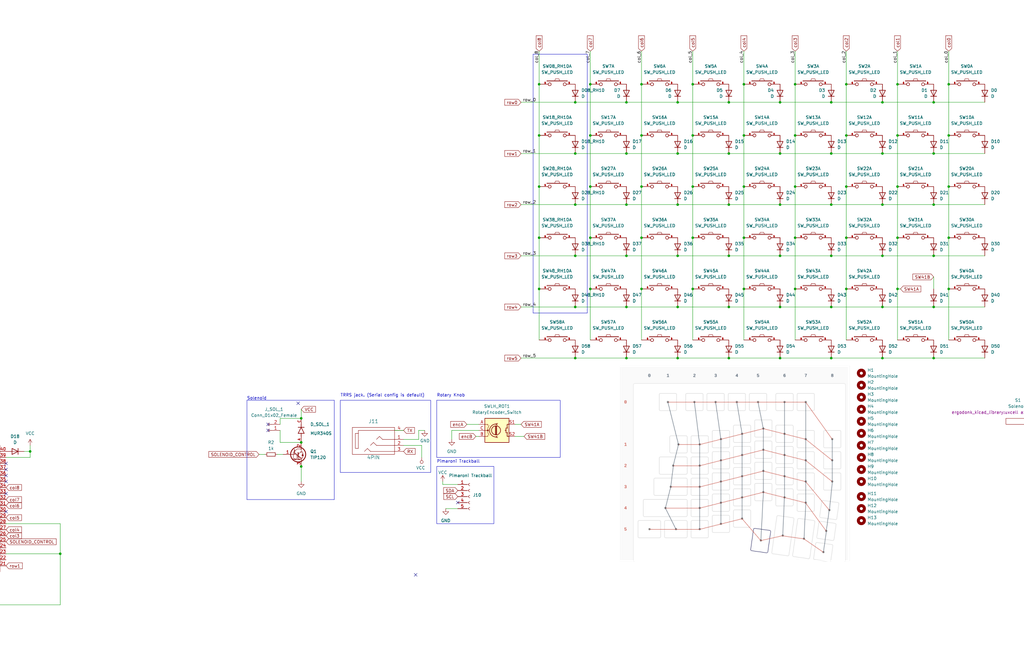
<source format=kicad_sch>
(kicad_sch (version 20230121) (generator eeschema)
  (paper "B")
  (title_block (title "Ergodonk") (date "2023-01-12") (rev "0.1") (company "github.com/JellyTitan") (comment 1 "Ryan Neff") (comment 2 "5V Zone was intentionally omitted because of the solenoid, dedicated 5V pins were used."))
  (junction (at 285.75 107.95))
  (junction (at 378.46 121.92))
  (junction (at 393.7 151.13))
  (junction (at 127 186.69))
  (junction (at -43.18 220.98))
  (junction (at 292.1 78.74))
  (junction (at 270.51 78.74))
  (junction (at 307.34 107.95))
  (junction (at 307.34 151.13))
  (junction (at -43.18 233.68))
  (junction (at 292.1 57.15))
  (junction (at 328.93 86.36))
  (junction (at 356.87 78.74))
  (junction (at 248.92 35.56))
  (junction (at 350.52 43.18))
  (junction (at 393.7 86.36))
  (junction (at 12.7 190.5))
  (junction (at 313.69 121.92))
  (junction (at -43.18 208.28))
  (junction (at 264.16 151.13))
  (junction (at 328.93 129.54))
  (junction (at 227.33 35.56))
  (junction (at 400.05 57.15))
  (junction (at 292.1 35.56))
  (junction (at 400.05 100.33))
  (junction (at 242.57 43.18))
  (junction (at 378.46 35.56))
  (junction (at 350.52 64.77))
  (junction (at 378.46 78.74))
  (junction (at 242.57 64.77))
  (junction (at 227.33 121.92))
  (junction (at 127 196.85))
  (junction (at 400.05 121.92))
  (junction (at 372.11 151.13))
  (junction (at 313.69 100.33))
  (junction (at 393.7 43.18))
  (junction (at 313.69 78.74))
  (junction (at 264.16 107.95))
  (junction (at 328.93 107.95))
  (junction (at 372.11 43.18))
  (junction (at 248.92 100.33))
  (junction (at 372.11 129.54))
  (junction (at 356.87 100.33))
  (junction (at 285.75 43.18))
  (junction (at 393.7 129.54))
  (junction (at 270.51 35.56))
  (junction (at 372.11 107.95))
  (junction (at 270.51 121.92))
  (junction (at 350.52 107.95))
  (junction (at 242.57 86.36))
  (junction (at 313.69 35.56))
  (junction (at 335.28 35.56))
  (junction (at 270.51 57.15))
  (junction (at 378.46 57.15))
  (junction (at 127 176.53))
  (junction (at 242.57 107.95))
  (junction (at 372.11 86.36))
  (junction (at 378.46 100.33))
  (junction (at 328.93 64.77))
  (junction (at 227.33 100.33))
  (junction (at 400.05 78.74))
  (junction (at 242.57 129.54))
  (junction (at 335.28 78.74))
  (junction (at 292.1 121.92))
  (junction (at -6.35 255.27))
  (junction (at 350.52 129.54))
  (junction (at 307.34 43.18))
  (junction (at 350.52 86.36))
  (junction (at 350.52 151.13))
  (junction (at 285.75 151.13))
  (junction (at 335.28 100.33))
  (junction (at 242.57 151.13))
  (junction (at 264.16 64.77))
  (junction (at 248.92 78.74))
  (junction (at 328.93 151.13))
  (junction (at 356.87 35.56))
  (junction (at 393.7 64.77))
  (junction (at 285.75 129.54))
  (junction (at 25.4 233.68))
  (junction (at 356.87 121.92))
  (junction (at 307.34 129.54))
  (junction (at 248.92 57.15))
  (junction (at 285.75 86.36))
  (junction (at -15.24 255.27))
  (junction (at 307.34 86.36))
  (junction (at 400.05 35.56))
  (junction (at 264.16 86.36))
  (junction (at 227.33 57.15))
  (junction (at 393.7 107.95))
  (junction (at 264.16 43.18))
  (junction (at 307.34 64.77))
  (junction (at 335.28 121.92))
  (junction (at 264.16 129.54))
  (junction (at 356.87 57.15))
  (junction (at 285.75 64.77))
  (junction (at 372.11 64.77))
  (junction (at 292.1 100.33))
  (junction (at 248.92 121.92))
  (junction (at 227.33 78.74))
  (junction (at 335.28 57.15))
  (junction (at 270.51 100.33))
  (junction (at 328.93 43.18))
  (junction (at 313.69 57.15))
  (no_connect (at 125.73 170.18))
  (no_connect (at 2.54 215.9))
  (no_connect (at 2.54 198.12))
  (no_connect (at 113.03 181.61))
  (no_connect (at 2.54 208.28))
  (no_connect (at 2.54 195.58))
  (no_connect (at 2.54 200.66))
  (no_connect (at 2.54 203.2))
  (no_connect (at 175.26 242.57))
  (no_connect (at 113.03 179.07))
  (no_connect (at 193.04 212.09))
  (wire (pts (xy 372.11 64.77) (xy 393.7 64.77)))
  (wire (pts (xy 372.11 43.18) (xy 393.7 43.18)))
  (wire (pts (xy 313.69 35.56) (xy 313.69 21.59)))
  (wire (pts (xy 270.51 35.56) (xy 270.51 21.59)))
  (wire (pts (xy 248.92 21.59) (xy 248.92 35.56)))
  (wire (pts (xy 335.28 35.56) (xy 335.28 57.15)))
  (wire (pts (xy 292.1 100.33) (xy 292.1 121.92)))
  (wire (pts (xy 186.69 203.2) (xy 186.69 204.47)))
  (wire (pts (xy 378.46 35.56) (xy 378.46 21.59)))
  (wire (pts (xy 201.93 181.61) (xy 190.5 181.61)))
  (wire (pts (xy 264.16 43.18) (xy 285.75 43.18)))
  (wire (pts (xy 372.11 128.27) (xy 372.11 129.54)))
  (polyline (pts (xy 247.65 132.08) (xy 247.65 25.4)))
  (wire (pts (xy 328.93 107.95) (xy 350.52 107.95)))
  (wire (pts (xy 248.92 100.33) (xy 248.92 121.92)))
  (wire (pts (xy -43.18 195.58) (xy -43.18 208.28)))
  (wire (pts (xy 400.05 21.59) (xy 400.05 35.56)))
  (wire (pts (xy 307.34 151.13) (xy 328.93 151.13)))
  (wire (pts (xy -33.02 220.98) (xy -43.18 220.98)))
  (wire (pts (xy 190.5 181.61) (xy 190.5 185.42)))
  (wire (pts (xy 378.46 57.15) (xy 378.46 78.74)))
  (polyline (pts (xy 224.79 22.86) (xy 224.79 132.08)))
  (wire (pts (xy 292.1 121.92) (xy 292.1 143.51)))
  (wire (pts (xy 219.71 151.13) (xy 242.57 151.13)))
  (wire (pts (xy -33.02 233.68) (xy -43.18 233.68)))
  (wire (pts (xy 219.71 129.54) (xy 242.57 129.54)))
  (wire (pts (xy 2.54 233.68) (xy 25.4 233.68)))
  (wire (pts (xy 242.57 151.13) (xy 264.16 151.13)))
  (wire (pts (xy 227.33 35.56) (xy 227.33 21.59)))
  (polyline (pts (xy 246.38 22.86) (xy 224.79 22.86)))
  (wire (pts (xy 335.28 35.56) (xy 335.28 21.59)))
  (wire (pts (xy 393.7 64.77) (xy 415.29 64.77)))
  (wire (pts (xy 356.87 78.74) (xy 356.87 100.33)))
  (wire (pts (xy 227.33 143.51) (xy 227.33 121.92)))
  (wire (pts (xy -6.35 255.27) (xy -6.35 254)))
  (wire (pts (xy 10.16 190.5) (xy 12.7 190.5)))
  (wire (pts (xy 170.18 181.61) (xy 166.37 181.61)))
  (wire (pts (xy -43.18 220.98) (xy -43.18 233.68)))
  (wire (pts (xy 307.34 107.95) (xy 328.93 107.95)))
  (polyline (pts (xy 247.65 25.4) (xy 247.65 22.86)))
  (wire (pts (xy 270.51 78.74) (xy 270.51 100.33)))
  (wire (pts (xy 328.93 43.18) (xy 350.52 43.18)))
  (wire (pts (xy -43.18 208.28) (xy -43.18 220.98)))
  (wire (pts (xy 227.33 100.33) (xy 227.33 78.74)))
  (wire (pts (xy 248.92 57.15) (xy 248.92 78.74)))
  (wire (pts (xy 328.93 128.27) (xy 328.93 129.54)))
  (wire (pts (xy 270.51 57.15) (xy 270.51 78.74)))
  (wire (pts (xy 248.92 121.92) (xy 248.92 143.51)))
  (wire (pts (xy 264.16 86.36) (xy 285.75 86.36)))
  (wire (pts (xy 328.93 129.54) (xy 350.52 129.54)))
  (wire (pts (xy 242.57 43.18) (xy 264.16 43.18)))
  (wire (pts (xy 176.53 181.61) (xy 179.07 181.61)))
  (wire (pts (xy 372.11 107.95) (xy 393.7 107.95)))
  (wire (pts (xy 393.7 86.36) (xy 415.29 86.36)))
  (wire (pts (xy 313.69 121.92) (xy 313.69 143.51)))
  (wire (pts (xy 242.57 129.54) (xy 264.16 129.54)))
  (wire (pts (xy 170.18 185.42) (xy 176.53 185.42)))
  (wire (pts (xy 285.75 151.13) (xy 307.34 151.13)))
  (wire (pts (xy 186.69 204.47) (xy 193.04 204.47)))
  (wire (pts (xy 356.87 35.56) (xy 356.87 21.59)))
  (polyline (pts (xy 104.14 168.91) (xy 140.97 168.91)))
  (wire (pts (xy 378.46 100.33) (xy 378.46 121.92)))
  (wire (pts (xy 12.7 187.96) (xy 12.7 190.5)))
  (wire (pts (xy 350.52 107.95) (xy 372.11 107.95)))
  (wire (pts (xy 12.7 193.04) (xy 12.7 190.5)))
  (wire (pts (xy 393.7 107.95) (xy 415.29 107.95)))
  (polyline (pts (xy 224.79 132.08) (xy 247.65 132.08)))
  (wire (pts (xy 109.22 191.77) (xy 111.76 191.77)))
  (wire (pts (xy 356.87 57.15) (xy 356.87 78.74)))
  (wire (pts (xy 242.57 86.36) (xy 264.16 86.36)))
  (wire (pts (xy 400.05 57.15) (xy 400.05 78.74)))
  (wire (pts (xy 227.33 78.74) (xy 227.33 57.15)))
  (wire (pts (xy 400.05 35.56) (xy 400.05 57.15)))
  (wire (pts (xy 264.16 64.77) (xy 285.75 64.77)))
  (wire (pts (xy 292.1 35.56) (xy 292.1 21.59)))
  (wire (pts (xy 313.69 78.74) (xy 313.69 100.33)))
  (wire (pts (xy 356.87 100.33) (xy 356.87 121.92)))
  (wire (pts (xy 372.11 129.54) (xy 393.7 129.54)))
  (wire (pts (xy 219.71 179.07) (xy 217.17 179.07)))
  (wire (pts (xy 264.16 107.95) (xy 285.75 107.95)))
  (polyline (pts (xy 140.97 210.82) (xy 140.97 168.91)))
  (wire (pts (xy 350.52 86.36) (xy 372.11 86.36)))
  (wire (pts (xy 187.96 214.63) (xy 193.04 214.63)))
  (wire (pts (xy 248.92 35.56) (xy 248.92 57.15)))
  (wire (pts (xy 292.1 57.15) (xy 292.1 78.74)))
  (wire (pts (xy 285.75 43.18) (xy 307.34 43.18)))
  (wire (pts (xy 248.92 78.74) (xy 248.92 100.33)))
  (wire (pts (xy 25.4 233.68) (xy 25.4 220.98)))
  (wire (pts (xy 219.71 43.18) (xy 242.57 43.18)))
  (wire (pts (xy 270.51 121.92) (xy 270.51 143.51)))
  (polyline (pts (xy 104.14 210.82) (xy 140.97 210.82)))
  (wire (pts (xy -43.18 255.27) (xy -15.24 255.27)))
  (wire (pts (xy 372.11 151.13) (xy 393.7 151.13)))
  (wire (pts (xy 285.75 107.95) (xy 307.34 107.95)))
  (wire (pts (xy 127 195.58) (xy 127 196.85)))
  (wire (pts (xy 400.05 121.92) (xy 400.05 143.51)))
  (wire (pts (xy 2.54 193.04) (xy 12.7 193.04)))
  (wire (pts (xy 118.11 186.69) (xy 118.11 181.61)))
  (wire (pts (xy 242.57 64.77) (xy 264.16 64.77)))
  (wire (pts (xy 118.11 186.69) (xy 127 186.69)))
  (wire (pts (xy 393.7 116.84) (xy 393.7 121.92)))
  (wire (pts (xy 2.54 220.98) (xy 25.4 220.98)))
  (wire (pts (xy 328.93 64.77) (xy 350.52 64.77)))
  (wire (pts (xy 227.33 121.92) (xy 227.33 100.33)))
  (wire (pts (xy -6.35 260.35) (xy -6.35 255.27)))
  (wire (pts (xy 285.75 64.77) (xy 307.34 64.77)))
  (wire (pts (xy 116.84 191.77) (xy 119.38 191.77)))
  (wire (pts (xy 328.93 151.13) (xy 350.52 151.13)))
  (wire (pts (xy 372.11 86.36) (xy 393.7 86.36)))
  (wire (pts (xy -6.35 255.27) (xy 25.4 255.27)))
  (wire (pts (xy -33.02 195.58) (xy -43.18 195.58)))
  (wire (pts (xy 118.11 176.53) (xy 127 176.53)))
  (wire (pts (xy 350.52 43.18) (xy 372.11 43.18)))
  (wire (pts (xy 393.7 43.18) (xy 415.29 43.18)))
  (wire (pts (xy 170.18 187.96) (xy 177.8 187.96)))
  (wire (pts (xy 393.7 151.13) (xy 415.29 151.13)))
  (wire (pts (xy 307.34 64.77) (xy 328.93 64.77)))
  (wire (pts (xy 200.66 184.15) (xy 201.93 184.15)))
  (wire (pts (xy 350.52 64.77) (xy 372.11 64.77)))
  (wire (pts (xy 219.71 107.95) (xy 242.57 107.95)))
  (wire (pts (xy 242.57 107.95) (xy 264.16 107.95)))
  (polyline (pts (xy 104.14 168.91) (xy 104.14 210.82)))
  (wire (pts (xy 118.11 176.53) (xy 118.11 179.07)))
  (wire (pts (xy -15.24 243.84) (xy -15.24 255.27)))
  (wire (pts (xy 270.51 100.33) (xy 270.51 121.92)))
  (wire (pts (xy 292.1 35.56) (xy 292.1 57.15)))
  (wire (pts (xy 220.98 184.15) (xy 217.17 184.15)))
  (wire (pts (xy 219.71 86.36) (xy 242.57 86.36)))
  (wire (pts (xy 335.28 100.33) (xy 335.28 121.92)))
  (wire (pts (xy 177.8 187.96) (xy 177.8 193.04)))
  (wire (pts (xy 307.34 43.18) (xy 328.93 43.18)))
  (wire (pts (xy 335.28 78.74) (xy 335.28 100.33)))
  (wire (pts (xy 285.75 129.54) (xy 307.34 129.54)))
  (wire (pts (xy 285.75 86.36) (xy 307.34 86.36)))
  (wire (pts (xy 307.34 129.54) (xy 328.93 129.54)))
  (wire (pts (xy 176.53 181.61) (xy 176.53 185.42)))
  (wire (pts (xy 270.51 35.56) (xy 270.51 57.15)))
  (wire (pts (xy 378.46 121.92) (xy 379.73 121.92)))
  (wire (pts (xy 25.4 255.27) (xy 25.4 233.68)))
  (wire (pts (xy 313.69 100.33) (xy 313.69 121.92)))
  (wire (pts (xy 350.52 129.54) (xy 372.11 129.54)))
  (polyline (pts (xy 247.65 22.86) (xy 246.38 22.86)))
  (wire (pts (xy 196.85 179.07) (xy 201.93 179.07)))
  (wire (pts (xy 328.93 86.36) (xy 350.52 86.36)))
  (wire (pts (xy 313.69 35.56) (xy 313.69 57.15)))
  (wire (pts (xy 292.1 78.74) (xy 292.1 100.33)))
  (wire (pts (xy 127 172.72) (xy 127 176.53)))
  (wire (pts (xy -15.24 255.27) (xy -6.35 255.27)))
  (wire (pts (xy 264.16 129.54) (xy 285.75 129.54)))
  (wire (pts (xy 350.52 151.13) (xy 372.11 151.13)))
  (wire (pts (xy 335.28 57.15) (xy 335.28 78.74)))
  (wire (pts (xy -43.18 233.68) (xy -43.18 255.27)))
  (wire (pts (xy 378.46 35.56) (xy 378.46 57.15)))
  (wire (pts (xy 219.71 64.77) (xy 242.57 64.77)))
  (wire (pts (xy 378.46 78.74) (xy 378.46 100.33)))
  (wire (pts (xy 393.7 129.54) (xy 415.29 129.54)))
  (wire (pts (xy -33.02 208.28) (xy -43.18 208.28)))
  (wire (pts (xy 307.34 86.36) (xy 328.93 86.36)))
  (wire (pts (xy 378.46 121.92) (xy 378.46 143.51)))
  (wire (pts (xy 127 196.85) (xy 127 203.2)))
  (wire (pts (xy 400.05 100.33) (xy 400.05 121.92)))
  (wire (pts (xy 335.28 121.92) (xy 335.28 143.51)))
  (wire (pts (xy 400.05 78.74) (xy 400.05 100.33)))
  (wire (pts (xy 313.69 57.15) (xy 313.69 78.74)))
  (wire (pts (xy 356.87 35.56) (xy 356.87 57.15)))
  (wire (pts (xy 227.33 57.15) (xy 227.33 35.56)))
  (wire (pts (xy 356.87 121.92) (xy 356.87 143.51)))
  (wire (pts (xy 264.16 151.13) (xy 285.75 151.13)))
  (rectangle (start 184.15 196.85) (end 208.28 220.98))
  (rectangle (start 184.15 168.91) (end 236.22 193.04))
  (rectangle (start 143.51 168.91) (end 181.61 199.39))
  (image (at 309.88 195.58) (scale 1.76046))
  (text "Todo:\nThumb cluster detach?\nIs there a good smd option for the Solenoid resistor?\nIs there a female smd socket for the solenoid connection?\nCheck Pimaroni resistor calculation and footprint size\nCHeck net trace sizes. (.5 for 3.3v?)\nIncree trcck size on vcc and GND nets\nFigure out VCC on Pico\nFigure out vbus_sense\nCutouts for picon on PCB\nRH trackball\nGraphics\nMouse bites\nStabalizer holes\nImprove solenoid graphics\nRefactor key row/columns to put 00 in upper right for easier double sided\nMake Diode holes bigger\nAdd breakaway diode bender jig, like on Corne_light v1\nAdd teardrops before production\nAdd maxbrightness to firmware like Keebio sync rev3 (you've got a ton of lights)\nCan the LH Led jumper become a single Jumper for LH/RH differentiation?" (at 455.93 59.69 0) (effects (font (size 1.27 1.27)) (justify left bottom)))
  (text "Pimaroni Trackball\n" (at 184.15 195.58 0) (effects (font (size 1.27 1.27)) (justify left bottom)))
  (text "Solenoid" (at 104.14 168.91 0) (effects (font (size 1.27 1.27)) (justify left bottom)))
  (text "V2 Features:\nRH Trackball and rotary encoder instead of Pimaroni\nMove arrow keys into \"+\" centered around \".\" on left hand" (at 455.93 72.39 0) (effects (font (size 1.27 1.27)) (justify left bottom)))
  (text "TRRS jack. (Serial config is default)" (at 143.51 167.64 0) (effects (font (size 1.27 1.27)) (justify left bottom)))
  (text "Rotary Knob" (at 184.15 167.64 0) (effects (font (size 1.27 1.27)) (justify left bottom)))
  (label "col_5" (at 292.1 26.67 90))
  (label "row_1" (at 226.06 64.77 180))
  (label "col_1" (at 378.46 26.67 90))
  (label "row_2" (at 226.06 86.36 180))
  (label "col_3" (at 335.28 26.67 90))
  (label "col_4" (at 313.69 26.67 90))
  (label "col_7" (at 248.92 26.67 90))
  (label "col_2" (at 356.87 26.67 90))
  (label "row_3" (at 226.06 107.95 180))
  (label "col_6" (at 270.51 26.67 90))
  (label "col_0" (at 400.05 26.67 90))
  (label "row_4" (at 226.06 129.54 180))
  (label "row_5" (at 226.06 151.13 180))
  (label "col_8" (at 227.33 26.67 90))
  (label "row_0" (at 226.06 43.18 180))
  (global_label "SCL" (shape input) (at -33.02 213.36 180) (property "Intersheetrefs" "${INTERSHEET_REFS}" (effects hide)))
  (global_label "SOLENOID_CONTROL" (shape input) (at 109.22 191.77 180) (property "Intersheetrefs" "${INTERSHEET_REFS}" (effects hide)))
  (global_label "encA" (shape input) (at 196.85 179.07 180) (property "Intersheetrefs" "${INTERSHEET_REFS}" (effects hide)))
  (global_label "SCL" (shape input) (at 193.04 209.55 180) (property "Intersheetrefs" "${INTERSHEET_REFS}" (effects hide)))
  (global_label "col8" (shape input) (at 2.54 205.74 0) (property "Intersheetrefs" "${INTERSHEET_REFS}" (effects hide)))
  (global_label "SW41A" (shape input) (at 379.73 121.92 0) (property "Intersheetrefs" "${INTERSHEET_REFS}" (effects hide)))
  (global_label "col3" (shape input) (at 2.54 226.06 0) (property "Intersheetrefs" "${INTERSHEET_REFS}" (effects hide)))
  (global_label "col5" (shape input) (at 292.1 21.59 90) (property "Intersheetrefs" "${INTERSHEET_REFS}" (effects hide)))
  (global_label "col3" (shape input) (at 335.28 21.59 90) (property "Intersheetrefs" "${INTERSHEET_REFS}" (effects hide)))
  (global_label "encB" (shape input) (at -33.02 223.52 180) (property "Intersheetrefs" "${INTERSHEET_REFS}" (effects hide)))
  (global_label "row0" (shape input) (at 219.71 43.18 180) (property "Intersheetrefs" "${INTERSHEET_REFS}" (effects hide)))
  (global_label "row3" (shape input) (at 219.71 107.95 180) (property "Intersheetrefs" "${INTERSHEET_REFS}" (effects hide)))
  (global_label "encB" (shape input) (at 200.66 184.15 180) (property "Intersheetrefs" "${INTERSHEET_REFS}" (effects hide)))
  (global_label "col2" (shape input) (at 356.87 21.59 90) (property "Intersheetrefs" "${INTERSHEET_REFS}" (effects hide)))
  (global_label "SOLENOID_CONTROL" (shape input) (at 2.54 228.6 0) (property "Intersheetrefs" "${INTERSHEET_REFS}" (effects hide)))
  (global_label "row0" (shape input) (at -33.02 205.74 180) (property "Intersheetrefs" "${INTERSHEET_REFS}" (effects hide)))
  (global_label "col7" (shape input) (at 248.92 21.59 90) (property "Intersheetrefs" "${INTERSHEET_REFS}" (effects hide)))
  (global_label "col5" (shape input) (at 2.54 218.44 0) (property "Intersheetrefs" "${INTERSHEET_REFS}" (effects hide)))
  (global_label "RX" (shape input) (at 170.18 190.5 0) (property "Intersheetrefs" "${INTERSHEET_REFS}" (effects hide)))
  (global_label "col4" (shape input) (at 2.54 223.52 0) (property "Intersheetrefs" "${INTERSHEET_REFS}" (effects hide)))
  (global_label "SDA" (shape input) (at -33.02 210.82 180) (property "Intersheetrefs" "${INTERSHEET_REFS}" (effects hide)))
  (global_label "SW41B" (shape input) (at 220.98 184.15 0) (property "Intersheetrefs" "${INTERSHEET_REFS}" (effects hide)))
  (global_label "col0" (shape input) (at -33.02 226.06 180) (property "Intersheetrefs" "${INTERSHEET_REFS}" (effects hide)))
  (global_label "col8" (shape input) (at 227.33 21.59 90) (property "Intersheetrefs" "${INTERSHEET_REFS}" (effects hide)))
  (global_label "col4" (shape input) (at 313.69 21.59 90) (property "Intersheetrefs" "${INTERSHEET_REFS}" (effects hide)))
  (global_label "row4" (shape input) (at -33.02 236.22 180) (property "Intersheetrefs" "${INTERSHEET_REFS}" (effects hide)))
  (global_label "col0" (shape input) (at 400.05 21.59 90) (property "Intersheetrefs" "${INTERSHEET_REFS}" (effects hide)))
  (global_label "col6" (shape input) (at 2.54 213.36 0) (property "Intersheetrefs" "${INTERSHEET_REFS}" (effects hide)))
  (global_label "col6" (shape input) (at 270.51 21.59 90) (property "Intersheetrefs" "${INTERSHEET_REFS}" (effects hide)))
  (global_label "TX" (shape input) (at 170.18 181.61 0) (property "Intersheetrefs" "${INTERSHEET_REFS}" (effects hide)))
  (global_label "row3" (shape input) (at -33.02 231.14 180) (property "Intersheetrefs" "${INTERSHEET_REFS}" (effects hide)))
  (global_label "encA" (shape input) (at -33.02 218.44 180) (property "Intersheetrefs" "${INTERSHEET_REFS}" (effects hide)))
  (global_label "SW41B" (shape input) (at 393.7 116.84 180) (property "Intersheetrefs" "${INTERSHEET_REFS}" (effects hide)))
  (global_label "row1" (shape input) (at 219.71 64.77 180) (property "Intersheetrefs" "${INTERSHEET_REFS}" (effects hide)))
  (global_label "TX" (shape input) (at -33.02 190.5 180) (property "Intersheetrefs" "${INTERSHEET_REFS}" (effects hide)))
  (global_label "col1" (shape input) (at -33.02 228.6 180) (property "Intersheetrefs" "${INTERSHEET_REFS}" (effects hide)))
  (global_label "RX" (shape input) (at -33.02 193.04 180) (property "Intersheetrefs" "${INTERSHEET_REFS}" (effects hide)))
  (global_label "row5" (shape input) (at 219.71 151.13 180) (property "Intersheetrefs" "${INTERSHEET_REFS}" (effects hide)))
  (global_label "col1" (shape input) (at 378.46 21.59 90) (property "Intersheetrefs" "${INTERSHEET_REFS}" (effects hide)))
  (global_label "row5" (shape input) (at -33.02 238.76 180) (property "Intersheetrefs" "${INTERSHEET_REFS}" (effects hide)))
  (global_label "row4" (shape input) (at 219.71 129.54 180) (property "Intersheetrefs" "${INTERSHEET_REFS}" (effects hide)))
  (global_label "row2" (shape input) (at 219.71 86.36 180) (property "Intersheetrefs" "${INTERSHEET_REFS}" (effects hide)))
  (global_label "SW41A" (shape input) (at 219.71 179.07 0) (property "Intersheetrefs" "${INTERSHEET_REFS}" (effects hide)))
  (global_label "SDA" (shape input) (at 193.04 207.01 180) (property "Intersheetrefs" "${INTERSHEET_REFS}" (effects hide)))
  (global_label "col7" (shape input) (at 2.54 210.82 0) (property "Intersheetrefs" "${INTERSHEET_REFS}" (effects hide)))
  (global_label "col2" (shape input) (at -33.02 198.12 180) (property "Intersheetrefs" "${INTERSHEET_REFS}" (effects hide)))
  (global_label "row1" (shape input) (at 2.54 238.76 0) (property "Intersheetrefs" "${INTERSHEET_REFS}" (effects hide)))
  (global_label "VCC" (shape input) (at 127 172.72 0) (property "Intersheetrefs" "${INTERSHEET_REFS}" (effects hide)))
  (global_label "row2" (shape input) (at -33.02 215.9 180) (property "Intersheetrefs" "${INTERSHEET_REFS}" (effects hide)))
  (symbol (lib_id "Device:R_Small") (at 114.3 191.77 270) (unit 1)
    (property "Reference" "R2" (at 114.3 186.69 90))
    (property "Value" "1k" (at 114.3 189.23 90))
    (property "Footprint" "Resistor_THT:R_Axial_DIN0309_L9.0mm_D3.2mm_P12.70mm_Horizontal" (effects hide))
  )
  (symbol (lib_id "Device:D") (at 285.75 39.37 90) (unit 1)
    (property "Reference" "D6" (at 283.21 38.0999 90) (effects (justify left)))
    (property "Value" "D" (at 283.21 40.6399 90) (effects (justify left)))
    (property "Footprint" "ergodonk_kicad_library:D_SOD-123_DO-35_Hybrid_DoubleSided" (effects hide))
    (property "Sim.Device" "D" (effects hide))
    (property "Sim.Pins" "1=K 2=A" (effects hide))
  )
  (symbol (lib_id "Ergodonk_symbols:SW_PUSH_LED") (at 299.72 57.15 0) (unit 1)
    (property "Reference" "SW15" (at 299.72 49.53 0))
    (property "Value" "SW_PUSH_LED" (at 299.72 52.07 0))
    (property "Footprint" "ergodonk_pico:Cherry_MX_DS_Hotswap_1U_sofle3b v2" (effects hide))
  )
  (symbol (lib_id "Ergodonk_symbols:SW_PUSH_LED") (at 256.54 143.51 0) (unit 1)
    (property "Reference" "SW57" (at 256.54 135.89 0))
    (property "Value" "SW_PUSH_LED" (at 256.54 138.43 0))
    (property "Footprint" "ergodonk_pico:Cherry_MX_DS_Hotswap_1U_sofle3b v2" (effects hide))
  )
  (symbol (lib_id "Ergodonk_symbols:SW_PUSH_LED") (at 299.72 121.92 0) (unit 1)
    (property "Reference" "SW45" (at 299.72 114.3 0))
    (property "Value" "SW_PUSH_LED" (at 299.72 116.84 0))
    (property "Footprint" "ergodonk_pico:Cherry_MX_DS_Hotswap_1U_sofle3b v2" (effects hide))
  )
  (symbol (lib_id "Mechanical:MountingHole") (at 363.22 177.8 0) (unit 1)
    (property "Reference" "H5" (at 365.76 176.5299 0) (effects (justify left)))
    (property "Value" "MountingHole" (at 365.76 179.0699 0) (effects (justify left)))
    (property "Footprint" "ergodonk_simple:Hole from sofle for M2 posts gold rimmer" (effects hide))
  )
  (symbol (lib_id "Device:RotaryEncoder_Switch") (at 209.55 181.61 0) (unit 1)
    (property "Reference" "SWLH_ROT1" (at 209.55 171.45 0))
    (property "Value" "RotaryEncoder_Switch" (at 209.55 173.99 0))
    (property "Footprint" "ergodonk_kicad_library:RotaryEncoder_EC11_ergodonk_variant" (effects hide))
  )
  (symbol (lib_id "Ergodonk_symbols:SW_PUSH_LED") (at 364.49 57.15 0) (unit 1)
    (property "Reference" "SW12" (at 364.49 49.53 0))
    (property "Value" "SW_PUSH_LED" (at 364.49 52.07 0))
    (property "Footprint" "ergodonk_pico:Cherry_MX_DS_Hotswap_1U_sofle3b v2" (effects hide))
  )
  (symbol (lib_id "power:GND") (at 127 203.2 0) (unit 1)
    (property "Reference" "#PWR0106" (effects hide))
    (property "Value" "GND" (at 127 208.28 0))
  )
  (symbol (lib_id "Device:D") (at 307.34 104.14 90) (unit 1)
    (property "Reference" "D35" (at 309.88 102.8699 90) (effects (justify right)))
    (property "Value" "D" (at 309.88 105.4099 90) (effects (justify right)))
    (property "Footprint" "ergodonk_kicad_library:D_SOD-123_DO-35_Hybrid_DoubleSided" (effects hide))
    (property "Sim.Device" "D" (effects hide))
    (property "Sim.Pins" "1=K 2=A" (effects hide))
  )
  (symbol (lib_id "Device:D") (at 242.57 147.32 90) (unit 1)
    (property "Reference" "D58" (at 245.11 146.0499 90) (effects (justify right)))
    (property "Value" "D" (at 245.11 148.5899 90) (effects (justify right)))
    (property "Footprint" "ergodonk_kicad_library:D_SOD-123_DO-35_Hybrid_DoubleSided" (effects hide))
    (property "Sim.Device" "D" (effects hide))
    (property "Sim.Pins" "1=K 2=A" (effects hide))
  )
  (symbol (lib_id "Ergodonk_symbols:SW_PUSH_LED") (at 364.49 35.56 0) (unit 1)
    (property "Reference" "SW2" (at 364.49 27.94 0))
    (property "Value" "SW_PUSH_LED" (at 364.49 30.48 0))
    (property "Footprint" "ergodonk_pico:Cherry_MX_DS_Hotswap_1U_sofle3b v2" (effects hide))
  )
  (symbol (lib_id "Ergodonk_symbols:SW_PUSH_LED") (at 407.67 35.56 0) (unit 1)
    (property "Reference" "SW0" (at 407.67 27.94 0))
    (property "Value" "SW_PUSH_LED" (at 407.67 30.48 0))
    (property "Footprint" "ergodonk_pico:Cherry_MX_DS_Hotswap_1U_sofle3b v2" (effects hide))
  )
  (symbol (lib_id "Device:D") (at 328.93 104.14 90) (unit 1)
    (property "Reference" "D34" (at 331.47 102.8699 90) (effects (justify right)))
    (property "Value" "D" (at 331.47 105.4099 90) (effects (justify right)))
    (property "Footprint" "ergodonk_kicad_library:D_SOD-123_DO-35_Hybrid_DoubleSided" (effects hide))
    (property "Sim.Device" "D" (effects hide))
    (property "Sim.Pins" "1=K 2=A" (effects hide))
  )
  (symbol (lib_id "Mechanical:MountingHole") (at 363.22 157.48 0) (unit 1)
    (property "Reference" "H1" (at 365.76 156.2099 0) (effects (justify left)))
    (property "Value" "MountingHole" (at 365.76 158.7499 0) (effects (justify left)))
    (property "Footprint" "ergodonk_simple:Hole from sofle for M2 posts gold rimmer" (effects hide))
  )
  (symbol (lib_id "Transistor_BJT:TIP120") (at 124.46 191.77 0) (unit 1)
    (property "Reference" "Q1" (at 130.81 190.4999 0) (effects (justify left)))
    (property "Value" "TIP120" (at 130.81 193.0399 0) (effects (justify left)))
    (property "Footprint" "ergodonk_simple:TO-220-3_Horizontal_TabDown" (effects hide))
    (property "Datasheet" "https://www.onsemi.com/pub/Collateral/TIP120-D.PDF" (effects hide))
  )
  (symbol (lib_id "Mechanical:MountingHole") (at 363.22 209.55 0) (unit 1)
    (property "Reference" "H11" (at 365.76 208.2799 0) (effects (justify left)))
    (property "Value" "MountingHole" (at 365.76 210.8199 0) (effects (justify left)))
    (property "Footprint" "ergodonk_simple:Hole from sofle for M2 posts gold rimmer" (effects hide))
  )
  (symbol (lib_id "Ergodonk_symbols:SW_PUSH_LED") (at 407.67 121.92 0) (unit 1)
    (property "Reference" "SW40" (at 407.67 114.3 0))
    (property "Value" "SW_PUSH_LED" (at 407.67 116.84 0))
    (property "Footprint" "ergodonk_pico:Cherry_MX_DS_Hotswap_1U_sofle3b v2" (effects hide))
  )
  (symbol (lib_id "power:GND") (at 187.96 214.63 0) (unit 1)
    (property "Reference" "#PWR015" (effects hide))
    (property "Value" "GND" (at 187.96 219.71 0))
  )
  (symbol (lib_id "Ergodonk_symbols:SW_PUSH_LED") (at 342.9 57.15 0) (unit 1)
    (property "Reference" "SW13" (at 342.9 49.53 0))
    (property "Value" "SW_PUSH_LED" (at 342.9 52.07 0))
    (property "Footprint" "ergodonk_pico:Cherry_MX_DS_Hotswap_1U_sofle3b v2" (effects hide))
  )
  (symbol (lib_id "Ergodonk_symbols:SW_PUSH_LED") (at 364.49 143.51 0) (unit 1)
    (property "Reference" "SW52" (at 364.49 135.89 0))
    (property "Value" "SW_PUSH_LED" (at 364.49 138.43 0))
    (property "Footprint" "ergodonk_pico:Cherry_MX_DS_Hotswap_1U_sofle3b v2" (effects hide))
  )
  (symbol (lib_id "Ergodonk_symbols:SW_PUSH_LED") (at 278.13 78.74 0) (unit 1)
    (property "Reference" "SW26" (at 278.13 71.12 0))
    (property "Value" "SW_PUSH_LED" (at 278.13 73.66 0))
    (property "Footprint" "ergodonk_pico:Cherry_MX_DS_Hotswap_1U_sofle3b v2" (effects hide))
  )
  (symbol (lib_id "Device:D") (at 415.29 39.37 90) (unit 1)
    (property "Reference" "D0" (at 417.83 38.1 90) (effects (justify right)))
    (property "Value" "D" (at 417.83 40.64 90) (effects (justify right)))
    (property "Footprint" "ergodonk_kicad_library:D_SOD-123_DO-35_Hybrid_DoubleSided" (effects hide))
    (property "Sim.Device" "D" (effects hide))
    (property "Sim.Pins" "1=K 2=A" (effects hide))
  )
  (symbol (lib_id "Device:D") (at 350.52 60.96 90) (unit 1)
    (property "Reference" "D13" (at 353.06 59.6899 90) (effects (justify right)))
    (property "Value" "D" (at 353.06 62.2299 90) (effects (justify right)))
    (property "Footprint" "ergodonk_kicad_library:D_SOD-123_DO-35_Hybrid_DoubleSided" (effects hide))
    (property "Sim.Device" "D" (effects hide))
    (property "Sim.Pins" "1=K 2=A" (effects hide))
  )
  (symbol (lib_id "Mechanical:MountingHole") (at 363.22 187.96 0) (unit 1)
    (property "Reference" "H7" (at 365.76 186.6899 0) (effects (justify left)))
    (property "Value" "MountingHole" (at 365.76 189.2299 0) (effects (justify left)))
    (property "Footprint" "ergodonk_simple:Hole from sofle for M2 posts gold rimmer" (effects hide))
  )
  (symbol (lib_id "Device:D") (at 350.52 82.55 90) (unit 1)
    (property "Reference" "D23" (at 353.06 81.2799 90) (effects (justify right)))
    (property "Value" "D" (at 353.06 83.8199 90) (effects (justify right)))
    (property "Footprint" "ergodonk_kicad_library:D_SOD-123_DO-35_Hybrid_DoubleSided" (effects hide))
    (property "Sim.Device" "D" (effects hide))
    (property "Sim.Pins" "1=K 2=A" (effects hide))
  )
  (symbol (lib_id "Ergodonk_symbols:SW_PUSH_LED") (at 321.31 121.92 0) (unit 1)
    (property "Reference" "SW44" (at 321.31 114.3 0))
    (property "Value" "SW_PUSH_LED" (at 321.31 116.84 0))
    (property "Footprint" "ergodonk_pico:Cherry_MX_DS_Hotswap_1U_sofle3b v2" (effects hide))
  )
  (symbol (lib_id "Device:D") (at 328.93 125.73 90) (unit 1)
    (property "Reference" "D44" (at 331.47 124.4599 90) (effects (justify right)))
    (property "Value" "D" (at 331.47 126.9999 90) (effects (justify right)))
    (property "Footprint" "ergodonk_kicad_library:D_SOD-123_DO-35_Hybrid_DoubleSided" (effects hide))
    (property "Sim.Device" "D" (effects hide))
    (property "Sim.Pins" "1=K 2=A" (effects hide))
  )
  (symbol (lib_id "Device:D") (at 242.57 104.14 90) (unit 1)
    (property "Reference" "D38_RH10" (at 245.11 102.8699 90) (effects (justify right)))
    (property "Value" "D" (at 245.11 105.4099 90) (effects (justify right)))
    (property "Footprint" "ergodonk_kicad_library:D_SOD-123_DO-35_Hybrid_DoubleSided" (effects hide))
    (property "Sim.Device" "D" (effects hide))
    (property "Sim.Pins" "1=K 2=A" (effects hide))
  )
  (symbol (lib_id "Ergodonk_symbols:SW_PUSH_LED") (at 407.67 100.33 0) (unit 1)
    (property "Reference" "SW30" (at 407.67 92.71 0))
    (property "Value" "SW_PUSH_LED" (at 407.67 95.25 0))
    (property "Footprint" "ergodonk_pico:Cherry_MX_DS_Hotswap_1U_sofle3b v2" (effects hide))
  )
  (symbol (lib_id "Mechanical:MountingHole") (at 363.22 167.64 0) (unit 1)
    (property "Reference" "H3" (at 365.76 166.3699 0) (effects (justify left)))
    (property "Value" "MountingHole" (at 365.76 168.9099 0) (effects (justify left)))
    (property "Footprint" "ergodonk_simple:Hole from sofle for M2 posts gold rimmer" (effects hide))
  )
  (symbol (lib_id "Device:D") (at 307.34 125.73 90) (unit 1)
    (property "Reference" "D45" (at 309.88 124.4599 90) (effects (justify right)))
    (property "Value" "D" (at 309.88 126.9999 90) (effects (justify right)))
    (property "Footprint" "ergodonk_kicad_library:D_SOD-123_DO-35_Hybrid_DoubleSided" (effects hide))
    (property "Sim.Device" "D" (effects hide))
    (property "Sim.Pins" "1=K 2=A" (effects hide))
  )
  (symbol (lib_id "Mechanical:MountingHole") (at 363.22 198.12 0) (unit 1)
    (property "Reference" "H9" (at 365.76 196.8499 0) (effects (justify left)))
    (property "Value" "MountingHole" (at 365.76 199.3899 0) (effects (justify left)))
    (property "Footprint" "ergodonk_simple:Hole from sofle for M2 posts gold rimmer" (effects hide))
  )
  (symbol (lib_id "Ergodonk_symbols:SW_PUSH_LED") (at 321.31 57.15 0) (unit 1)
    (property "Reference" "SW14" (at 321.31 49.53 0))
    (property "Value" "SW_PUSH_LED" (at 321.31 52.07 0))
    (property "Footprint" "ergodonk_pico:Cherry_MX_DS_Hotswap_1U_sofle3b v2" (effects hide))
  )
  (symbol (lib_id "MUR340S:MUR340S") (at 127 181.61 90) (unit 1)
    (property "Reference" "D_SOL_1" (at 130.81 179.07 90) (effects (justify right)))
    (property "Value" "MUR340S" (at 130.81 182.88 90) (effects (justify right)))
    (property "Footprint" "ergodonk_kicad_library:MUR340S_IN4001_TH_HYBRID" (effects hide))
    (property "PARTREV" "L2102" (effects hide))
    (property "MANUFACTURER" "Taiwan Semiconductor" (effects hide))
    (property "MAXIMUM_PACKAGE_HEIGHT" "2.62 mm" (effects hide))
    (property "STANDARD" "IPC-7351B" (effects hide))
  )
  (symbol (lib_id "Mechanical:MountingHole") (at 363.22 162.56 0) (unit 1)
    (property "Reference" "H2" (at 365.76 161.2899 0) (effects (justify left)))
    (property "Value" "MountingHole" (at 365.76 163.8299 0) (effects (justify left)))
    (property "Footprint" "ergodonk_simple:Hole from sofle for M2 posts gold rimmer" (effects hide))
  )
  (symbol (lib_id "Device:D") (at 372.11 60.96 90) (unit 1)
    (property "Reference" "D12" (at 374.65 59.6899 90) (effects (justify right)))
    (property "Value" "D" (at 374.65 62.2299 90) (effects (justify right)))
    (property "Footprint" "ergodonk_kicad_library:D_SOD-123_DO-35_Hybrid_DoubleSided" (effects hide))
    (property "Sim.Device" "D" (effects hide))
    (property "Sim.Pins" "1=K 2=A" (effects hide))
  )
  (symbol (lib_id "Device:D") (at 328.93 60.96 90) (unit 1)
    (property "Reference" "D14" (at 331.47 59.6899 90) (effects (justify right)))
    (property "Value" "D" (at 331.47 62.2299 90) (effects (justify right)))
    (property "Footprint" "ergodonk_kicad_library:D_SOD-123_DO-35_Hybrid_DoubleSided" (effects hide))
    (property "Sim.Device" "D" (effects hide))
    (property "Sim.Pins" "1=K 2=A" (effects hide))
  )
  (symbol (lib_id "Ergodonk_symbols:SW_PUSH_LED") (at 407.67 57.15 0) (unit 1)
    (property "Reference" "SW10" (at 407.67 49.53 0))
    (property "Value" "SW_PUSH_LED" (at 407.67 52.07 0))
    (property "Footprint" "ergodonk_pico:Cherry_MX_DS_Hotswap_1U_sofle3b v2" (effects hide))
  )
  (symbol (lib_id "Ergodonk_symbols:SW_PUSH_LED") (at 342.9 100.33 0) (unit 1)
    (property "Reference" "SW33" (at 342.9 92.71 0))
    (property "Value" "SW_PUSH_LED" (at 342.9 95.25 0))
    (property "Footprint" "ergodonk_pico:Cherry_MX_DS_Hotswap_1U_sofle3b v2" (effects hide))
  )
  (symbol (lib_id "Device:D") (at 242.57 125.73 90) (unit 1)
    (property "Reference" "D48_RH10" (at 245.11 124.4599 90) (effects (justify right)))
    (property "Value" "D" (at 245.11 126.9999 90) (effects (justify right)))
    (property "Footprint" "ergodonk_kicad_library:D_SOD-123_DO-35_Hybrid_DoubleSided" (effects hide))
    (property "Sim.Device" "D" (effects hide))
    (property "Sim.Pins" "1=K 2=A" (effects hide))
  )
  (symbol (lib_id "Connector:Conn_01x02_Female") (at 113.03 181.61 180) (unit 1)
    (property "Reference" "J_SOL_1" (at 115.57 172.72 0))
    (property "Value" "Conn_01x02_Female" (at 115.57 175.26 0))
    (property "Footprint" "Connector_PinHeader_2.54mm:PinHeader_1x02_P2.54mm_Vertical" (effects hide))
  )
  (symbol (lib_id "Ergodonk_symbols:SW_PUSH_LED") (at 299.72 100.33 0) (unit 1)
    (property "Reference" "SW35" (at 299.72 92.71 0))
    (property "Value" "SW_PUSH_LED" (at 299.72 95.25 0))
    (property "Footprint" "ergodonk_pico:Cherry_MX_DS_Hotswap_1U_sofle3b v2" (effects hide))
  )
  (symbol (lib_id "Ergodonk_symbols:SW_PUSH_LED") (at 234.95 100.33 0) (unit 1)
    (property "Reference" "SW38_RH10" (at 234.95 92.71 0))
    (property "Value" "SW_PUSH_LED" (at 234.95 95.25 0))
    (property "Footprint" "ergodonk_simple:Cherry_MX_DS_Hotswap_1U_oneside" (effects hide))
  )
  (symbol (lib_id "MCU_RaspberryPi_and_Boards:Pico") (at -15.24 214.63 0) (unit 1)
    (property "Reference" "U11" (at -15.24 184.15 0))
    (property "Value" "Pico" (at -15.24 186.69 0))
    (property "Footprint" "ergodonk_simple:RPi_Pico_SMD_TH_DS_Simple_v1" (effects hide))
  )
  (symbol (lib_id "Ergodonk_symbols:SW_PUSH_LED") (at 256.54 100.33 0) (unit 1)
    (property "Reference" "SW37" (at 256.54 92.71 0))
    (property "Value" "SW_PUSH_LED" (at 256.54 95.25 0))
    (property "Footprint" "ergodonk_simple:V2_CherryMX_DoubleSided_Hotswap_miniE_1.75u_LH_1u_RH" (effects hide))
  )
  (symbol (lib_id "Ergodonk_symbols:SW_PUSH_LED") (at 364.49 78.74 0) (unit 1)
    (property "Reference" "SW22" (at 364.49 71.12 0))
    (property "Value" "SW_PUSH_LED" (at 364.49 73.66 0))
    (property "Footprint" "ergodonk_pico:Cherry_MX_DS_Hotswap_1U_sofle3b v2" (effects hide))
  )
  (symbol (lib_id "Device:D") (at 307.34 147.32 90) (unit 1)
    (property "Reference" "D55" (at 309.88 146.0499 90) (effects (justify right)))
    (property "Value" "D" (at 309.88 148.5899 90) (effects (justify right)))
    (property "Footprint" "ergodonk_kicad_library:D_SOD-123_DO-35_Hybrid_DoubleSided" (effects hide))
    (property "Sim.Device" "D" (effects hide))
    (property "Sim.Pins" "1=K 2=A" (effects hide))
  )
  (symbol (lib_id "Mechanical:MountingHole") (at 363.22 172.72 0) (unit 1)
    (property "Reference" "H4" (at 365.76 171.4499 0) (effects (justify left)))
    (property "Value" "MountingHole" (at 365.76 173.9899 0) (effects (justify left)))
    (property "Footprint" "ergodonk_simple:Hole from sofle for M2 posts gold rimmer" (effects hide))
  )
  (symbol (lib_id "Device:D") (at 264.16 104.14 90) (unit 1)
    (property "Reference" "D37" (at 266.7 102.8699 90) (effects (justify right)))
    (property "Value" "D" (at 266.7 105.4099 90) (effects (justify right)))
    (property "Footprint" "ergodonk_kicad_library:D_SOD-123_DO-35_Hybrid_DoubleSided" (effects hide))
    (property "Sim.Device" "D" (effects hide))
    (property "Sim.Pins" "1=K 2=A" (effects hide))
  )
  (symbol (lib_id "Ergodonk_symbols:SW_PUSH_LED") (at 342.9 143.51 0) (unit 1)
    (property "Reference" "SW53" (at 342.9 135.89 0))
    (property "Value" "SW_PUSH_LED" (at 342.9 138.43 0))
    (property "Footprint" "ergodonk_pico:Cherry_MX_DS_Hotswap_1U_sofle3b v2" (effects hide))
  )
  (symbol (lib_id "Ergodonk_symbols:SW_PUSH_LED") (at 256.54 57.15 0) (unit 1)
    (property "Reference" "SW17" (at 256.54 49.53 0))
    (property "Value" "SW_PUSH_LED" (at 256.54 52.07 0))
    (property "Footprint" "ergodonk_pico:Cherry_MX_DS_Hotswap_1U_sofle3b v2" (effects hide))
  )
  (symbol (lib_id "Mechanical:MountingHole") (at 363.22 214.63 0) (unit 1)
    (property "Reference" "H12" (at 365.76 213.3599 0) (effects (justify left)))
    (property "Value" "MountingHole" (at 365.76 215.8999 0) (effects (justify left)))
    (property "Footprint" "ergodonk_simple:Hole from sofle for M2 posts gold rimmer" (effects hide))
  )
  (symbol (lib_id "Ergodonk_symbols:SW_PUSH_LED") (at 386.08 143.51 0) (unit 1)
    (property "Reference" "SW51" (at 386.08 135.89 0))
    (property "Value" "SW_PUSH_LED" (at 386.08 138.43 0))
    (property "Footprint" "ergodonk_pico:Cherry_MX_DS_Hotswap_1U_sofle3b v2" (effects hide))
  )
  (symbol (lib_id "Connector:Conn_01x05_Socket") (at 198.12 209.55 0) (unit 1)
    (property "Reference" "J10" (at 199.39 208.915 0) (effects (justify left)))
    (property "Value" "Pimaroni Trackball" (at 189.23 200.66 0) (effects (justify left)))
    (property "Footprint" "ergodonk_simple:pimoroni_trackball_no_cutout" (effects hide))
  )
  (symbol (lib_id "Device:D") (at 393.7 82.55 90) (unit 1)
    (property "Reference" "D21" (at 396.24 81.2799 90) (effects (justify right)))
    (property "Value" "D" (at 396.24 83.8199 90) (effects (justify right)))
    (property "Footprint" "ergodonk_kicad_library:D_SOD-123_DO-35_Hybrid_DoubleSided" (effects hide))
    (property "Sim.Device" "D" (effects hide))
    (property "Sim.Pins" "1=K 2=A" (effects hide))
  )
  (symbol (lib_id "Device:D") (at 393.7 39.37 90) (unit 1)
    (property "Reference" "D1" (at 391.16 38.0999 90) (effects (justify left)))
    (property "Value" "D" (at 391.16 40.6399 90) (effects (justify left)))
    (property "Footprint" "ergodonk_kicad_library:D_SOD-123_DO-35_Hybrid_DoubleSided" (effects hide))
    (property "Sim.Device" "D" (effects hide))
    (property "Sim.Pins" "1=K 2=A" (effects hide))
  )
  (symbol (lib_id "Device:D") (at 415.29 60.96 90) (unit 1)
    (property "Reference" "D10" (at 417.83 59.6899 90) (effects (justify right)))
    (property "Value" "D" (at 417.83 62.2299 90) (effects (justify right)))
    (property "Footprint" "ergodonk_kicad_library:D_SOD-123_DO-35_Hybrid_DoubleSided" (effects hide))
    (property "Sim.Device" "D" (effects hide))
    (property "Sim.Pins" "1=K 2=A" (effects hide))
  )
  (symbol (lib_id "Device:D") (at 350.52 39.37 90) (unit 1)
    (property "Reference" "D3" (at 347.98 38.0999 90) (effects (justify left)))
    (property "Value" "D" (at 347.98 40.6399 90) (effects (justify left)))
    (property "Footprint" "ergodonk_kicad_library:D_SOD-123_DO-35_Hybrid_DoubleSided" (effects hide))
    (property "Sim.Device" "D" (effects hide))
    (property "Sim.Pins" "1=K 2=A" (effects hide))
  )
  (symbol (lib_id "Ergodonk_symbols:SW_PUSH_LED") (at 234.95 57.15 0) (unit 1)
    (property "Reference" "SW18_RH10" (at 234.95 49.53 0))
    (property "Value" "SW_PUSH_LED" (at 234.95 52.07 0))
    (property "Footprint" "ergodonk_simple:Cherry_MX_DS_Hotswap_1U_oneside" (effects hide))
  )
  (symbol (lib_id "Device:D") (at 285.75 147.32 90) (unit 1)
    (property "Reference" "D56" (at 288.29 146.0499 90) (effects (justify right)))
    (property "Value" "D" (at 288.29 148.5899 90) (effects (justify right)))
    (property "Footprint" "ergodonk_kicad_library:D_SOD-123_DO-35_Hybrid_DoubleSided" (effects hide))
    (property "Sim.Device" "D" (effects hide))
    (property "Sim.Pins" "1=K 2=A" (effects hide))
  )
  (symbol (lib_id "Ergodonk_symbols:SW_PUSH_LED") (at 234.95 35.56 0) (unit 1)
    (property "Reference" "SW08_RH10" (at 234.95 27.94 0))
    (property "Value" "SW_PUSH_LED" (at 234.95 30.48 0))
    (property "Footprint" "ergodonk_simple:V2_CherryMX_DoubleSided_Hotswap_miniE_2u_RH_ONLY" (effects hide))
  )
  (symbol (lib_id "Device:D") (at 393.7 147.32 90) (unit 1)
    (property "Reference" "D51" (at 396.24 146.0499 90) (effects (justify right)))
    (property "Value" "D" (at 396.24 148.5899 90) (effects (justify right)))
    (property "Footprint" "ergodonk_kicad_library:D_SOD-123_DO-35_Hybrid_DoubleSided" (effects hide))
    (property "Sim.Device" "D" (effects hide))
    (property "Sim.Pins" "1=K 2=A" (effects hide))
  )
  (symbol (lib_id "power:PWR_FLAG") (at -6.35 254 0) (unit 1)
    (property "Reference" "#FLG010" (effects hide))
    (property "Value" "PWR_FLAG" (effects hide))
  )
  (symbol (lib_id "Ergodonk_symbols:SW_PUSH_LED") (at 299.72 35.56 0) (unit 1)
    (property "Reference" "SW5" (at 299.72 27.94 0))
    (property "Value" "SW_PUSH_LED" (at 299.72 30.48 0))
    (property "Footprint" "ergodonk_pico:Cherry_MX_DS_Hotswap_1U_sofle3b v2" (effects hide))
  )
  (symbol (lib_id "Ergodonk_symbols:SW_PUSH_LED") (at 278.13 143.51 0) (unit 1)
    (property "Reference" "SW56" (at 278.13 135.89 0))
    (property "Value" "SW_PUSH_LED" (at 278.13 138.43 0))
    (property "Footprint" "ergodonk_pico:Cherry_MX_DS_Hotswap_1U_sofle3b v2" (effects hide))
  )
  (symbol (lib_id "Ergodonk_symbols:SW_PUSH_LED") (at 407.67 78.74 0) (unit 1)
    (property "Reference" "SW20" (at 407.67 71.12 0))
    (property "Value" "SW_PUSH_LED" (at 407.67 73.66 0))
    (property "Footprint" "ergodonk_pico:Cherry_MX_DS_Hotswap_1U_sofle3b v2" (effects hide))
  )
  (symbol (lib_id "Ergodonk_symbols:SW_PUSH_LED") (at 386.08 100.33 0) (unit 1)
    (property "Reference" "SW31" (at 386.08 92.71 0))
    (property "Value" "SW_PUSH_LED" (at 386.08 95.25 0))
    (property "Footprint" "ergodonk_pico:Cherry_MX_DS_Hotswap_1U_sofle3b v2" (effects hide))
  )
  (symbol (lib_id "Ergodonk_symbols:SW_PUSH_LED") (at 234.95 143.51 0) (unit 1)
    (property "Reference" "SW58" (at 234.95 135.89 0))
    (property "Value" "SW_PUSH_LED" (at 234.95 138.43 0))
    (property "Footprint" "ergodonk_pico:Cherry_MX_DS_Hotswap_1U_sofle3b v2" (effects hide))
  )
  (symbol (lib_id "Ergodonk_symbols:SW_PUSH_LED") (at 256.54 78.74 0) (unit 1)
    (property "Reference" "SW27" (at 256.54 71.12 0))
    (property "Value" "SW_PUSH_LED" (at 256.54 73.66 0))
    (property "Footprint" "ergodonk_simple:V2_CherryMX_DoubleSided_Hotswap_miniE_1.5u_LH_1u_RH" (effects hide))
  )
  (symbol (lib_id "Ergodonk_symbols:SW_PUSH_LED") (at 321.31 35.56 0) (unit 1)
    (property "Reference" "SW4" (at 321.31 27.94 0))
    (property "Value" "SW_PUSH_LED" (at 321.31 30.48 0))
    (property "Footprint" "ergodonk_pico:Cherry_MX_DS_Hotswap_1U_sofle3b v2" (effects hide))
  )
  (symbol (lib_id "SofleKeyboard-rescue:GND-power") (at 179.07 181.61 0) (unit 1)
    (property "Reference" "#PWR014" (effects hide))
    (property "Value" "GND" (at 179.197 186.0042 0))
  )
  (symbol (lib_id "Device:D") (at 372.11 147.32 90) (unit 1)
    (property "Reference" "D52" (at 374.65 146.0499 90) (effects (justify right)))
    (property "Value" "D" (at 374.65 148.5899 90) (effects (justify right)))
    (property "Footprint" "ergodonk_kicad_library:D_SOD-123_DO-35_Hybrid_DoubleSided" (effects hide))
    (property "Sim.Device" "D" (effects hide))
    (property "Sim.Pins" "1=K 2=A" (effects hide))
  )
  (symbol (lib_id "Device:D") (at 350.52 104.14 90) (unit 1)
    (property "Reference" "D33" (at 353.06 102.8699 90) (effects (justify right)))
    (property "Value" "D" (at 353.06 105.4099 90) (effects (justify right)))
    (property "Footprint" "ergodonk_kicad_library:D_SOD-123_DO-35_Hybrid_DoubleSided" (effects hide))
    (property "Sim.Device" "D" (effects hide))
    (property "Sim.Pins" "1=K 2=A" (effects hide))
  )
  (symbol (lib_id "Ergodonk_symbols:SW_PUSH_LED") (at 386.08 57.15 0) (unit 1)
    (property "Reference" "SW11" (at 386.08 49.53 0))
    (property "Value" "SW_PUSH_LED" (at 386.08 52.07 0))
    (property "Footprint" "ergodonk_pico:Cherry_MX_DS_Hotswap_1U_sofle3b v2" (effects hide))
  )
  (symbol (lib_id "Device:D") (at 372.11 104.14 90) (unit 1)
    (property "Reference" "D32" (at 374.65 102.8699 90) (effects (justify right)))
    (property "Value" "D" (at 374.65 105.4099 90) (effects (justify right)))
    (property "Footprint" "ergodonk_kicad_library:D_SOD-123_DO-35_Hybrid_DoubleSided" (effects hide))
    (property "Sim.Device" "D" (effects hide))
    (property "Sim.Pins" "1=K 2=A" (effects hide))
  )
  (symbol (lib_id "Device:D") (at 264.16 125.73 90) (unit 1)
    (property "Reference" "D47" (at 266.7 124.4599 90) (effects (justify right)))
    (property "Value" "D" (at 266.7 126.9999 90) (effects (justify right)))
    (property "Footprint" "ergodonk_kicad_library:D_SOD-123_DO-35_Hybrid_DoubleSided" (effects hide))
    (property "Sim.Device" "D" (effects hide))
    (property "Sim.Pins" "1=K 2=A" (effects hide))
  )
  (symbol (lib_id "Device:D") (at 393.7 104.14 90) (unit 1)
    (property "Reference" "D31" (at 396.24 102.8699 90) (effects (justify right)))
    (property "Value" "D" (at 396.24 105.4099 90) (effects (justify right)))
    (property "Footprint" "ergodonk_kicad_library:D_SOD-123_DO-35_Hybrid_DoubleSided" (effects hide))
    (property "Sim.Device" "D" (effects hide))
    (property "Sim.Pins" "1=K 2=A" (effects hide))
  )
  (symbol (lib_id "Ergodonk_symbols:SW_PUSH_LED") (at 364.49 121.92 0) (unit 1)
    (property "Reference" "SW42" (at 364.49 114.3 0))
    (property "Value" "SW_PUSH_LED" (at 364.49 116.84 0))
    (property "Footprint" "ergodonk_pico:Cherry_MX_DS_Hotswap_1U_sofle3b v2" (effects hide))
  )
  (symbol (lib_id "SofleKeyboard-rescue:VCC-power") (at 177.8 193.04 180) (unit 1)
    (property "Reference" "#PWR012" (effects hide))
    (property "Value" "VCC" (at 177.3682 197.4342 0))
  )
  (symbol (lib_id "Device:D") (at 372.11 125.73 90) (unit 1)
    (property "Reference" "D42" (at 374.65 124.4599 90) (effects (justify right)))
    (property "Value" "D" (at 374.65 126.9999 90) (effects (justify right)))
    (property "Footprint" "ergodonk_kicad_library:D_SOD-123_DO-35_Hybrid_DoubleSided" (effects hide))
    (property "Sim.Device" "D" (effects hide))
    (property "Sim.Pins" "1=K 2=A" (effects hide))
  )
  (symbol (lib_id "Ergodonk_symbols:SW_PUSH_LED") (at 278.13 35.56 0) (unit 1)
    (property "Reference" "SW6" (at 278.13 27.94 0))
    (property "Value" "SW_PUSH_LED" (at 278.13 30.48 0))
    (property "Footprint" "ergodonk_pico:Cherry_MX_DS_Hotswap_1U_sofle3b v2" (effects hide))
  )
  (symbol (lib_id "Ergodonk_symbols:SW_PUSH_LED") (at 321.31 100.33 0) (unit 1)
    (property "Reference" "SW34" (at 321.31 92.71 0))
    (property "Value" "SW_PUSH_LED" (at 321.31 95.25 0))
    (property "Footprint" "ergodonk_pico:Cherry_MX_DS_Hotswap_1U_sofle3b v2" (effects hide))
  )
  (symbol (lib_id "Ergodonk_symbols:SW_PUSH_LED") (at 234.95 78.74 0) (unit 1)
    (property "Reference" "SW28_RH10" (at 234.95 71.12 0))
    (property "Value" "SW_PUSH_LED" (at 234.95 73.66 0))
    (property "Footprint" "ergodonk_simple:V2_CherryMX_DoubleSided_Hotswap_miniE_1.5u_RH_ONLY" (effects hide))
  )
  (symbol (lib_id "Device:D") (at 242.57 60.96 90) (unit 1)
    (property "Reference" "D18_RH10" (at 245.11 59.6899 90) (effects (justify right)))
    (property "Value" "D" (at 245.11 62.2299 90) (effects (justify right)))
    (property "Footprint" "ergodonk_kicad_library:D_SOD-123_DO-35_Hybrid_DoubleSided" (effects hide))
    (property "Sim.Device" "D" (effects hide))
    (property "Sim.Pins" "1=K 2=A" (effects hide))
  )
  (symbol (lib_id "Ergodonk_symbols:SW_PUSH_LED") (at 342.9 78.74 0) (unit 1)
    (property "Reference" "SW23" (at 342.9 71.12 0))
    (property "Value" "SW_PUSH_LED" (at 342.9 73.66 0))
    (property "Footprint" "ergodonk_pico:Cherry_MX_DS_Hotswap_1U_sofle3b v2" (effects hide))
  )
  (symbol (lib_id "Ergodonk_symbols:SW_PUSH_LED") (at 364.49 100.33 0) (unit 1)
    (property "Reference" "SW32" (at 364.49 92.71 0))
    (property "Value" "SW_PUSH_LED" (at 364.49 95.25 0))
    (property "Footprint" "ergodonk_pico:Cherry_MX_DS_Hotswap_1U_sofle3b v2" (effects hide))
  )
  (symbol (lib_id "Ergodonk_symbols:SW_PUSH_LED") (at 256.54 121.92 0) (unit 1)
    (property "Reference" "SW47" (at 256.54 114.3 0))
    (property "Value" "SW_PUSH_LED" (at 256.54 116.84 0))
    (property "Footprint" "ergodonk_simple:V2_CherryMX_DoubleSided_Hotswap_miniE_2.25u_LH_2.75u_RH" (effects hide))
  )
  (symbol (lib_id "Device:D") (at 372.11 82.55 90) (unit 1)
    (property "Reference" "D22" (at 374.65 81.2799 90) (effects (justify right)))
    (property "Value" "D" (at 374.65 83.8199 90) (effects (justify right)))
    (property "Footprint" "ergodonk_kicad_library:D_SOD-123_DO-35_Hybrid_DoubleSided" (effects hide))
    (property "Sim.Device" "D" (effects hide))
    (property "Sim.Pins" "1=K 2=A" (effects hide))
  )
  (symbol (lib_id "Device:D") (at 350.52 147.32 90) (unit 1)
    (property "Reference" "D53" (at 353.06 146.0499 90) (effects (justify right)))
    (property "Value" "D" (at 353.06 148.5899 90) (effects (justify right)))
    (property "Footprint" "ergodonk_kicad_library:D_SOD-123_DO-35_Hybrid_DoubleSided" (effects hide))
    (property "Sim.Device" "D" (effects hide))
    (property "Sim.Pins" "1=K 2=A" (effects hide))
  )
  (symbol (lib_id "Neff_KiCad_Symbol_library:Solenoid") (at 429.26 177.8 0) (unit 1)
    (property "Reference" "S1" (at 429.26 168.91 0))
    (property "Value" "Solenoid" (at 429.26 171.45 0))
    (property "Footprint" "ergodonk_kicad_library:uxcell a14092600ux0438 solenoid" (at 429.26 173.99 0))
  )
  (symbol (lib_id "Ergodonk_symbols:SW_PUSH_LED") (at 256.54 35.56 0) (unit 1)
    (property "Reference" "SW7" (at 256.54 27.94 0))
    (property "Value" "SW_PUSH_LED" (at 256.54 30.48 0))
    (property "Footprint" "ergodonk_pico:Cherry_MX_DS_Hotswap_1U_sofle3b v2" (effects hide))
  )
  (symbol (lib_id "Device:D") (at 242.57 39.37 90) (unit 1)
    (property "Reference" "D08_RH10" (at 245.11 38.0999 90) (effects (justify right)))
    (property "Value" "D" (at 245.11 40.6399 90) (effects (justify right)))
    (property "Footprint" "ergodonk_kicad_library:D_SOD-123_DO-35_Hybrid_DoubleSided" (effects hide))
    (property "Sim.Device" "D" (effects hide))
    (property "Sim.Pins" "1=K 2=A" (effects hide))
  )
  (symbol (lib_id "Device:D") (at 350.52 125.73 90) (unit 1)
    (property "Reference" "D43" (at 353.06 124.4599 90) (effects (justify right)))
    (property "Value" "D" (at 353.06 126.9999 90) (effects (justify right)))
    (property "Footprint" "ergodonk_kicad_library:D_SOD-123_DO-35_Hybrid_DoubleSided" (effects hide))
    (property "Sim.Device" "D" (effects hide))
    (property "Sim.Pins" "1=K 2=A" (effects hide))
  )
  (symbol (lib_id "Device:D") (at 285.75 104.14 90) (unit 1)
    (property "Reference" "D36" (at 288.29 102.8699 90) (effects (justify right)))
    (property "Value" "D" (at 288.29 105.4099 90) (effects (justify right)))
    (property "Footprint" "ergodonk_kicad_library:D_SOD-123_DO-35_Hybrid_DoubleSided" (effects hide))
    (property "Sim.Device" "D" (effects hide))
    (property "Sim.Pins" "1=K 2=A" (effects hide))
  )
  (symbol (lib_id "Device:D") (at 415.29 104.14 90) (unit 1)
    (property "Reference" "D30" (at 417.83 102.8699 90) (effects (justify right)))
    (property "Value" "D" (at 417.83 105.4099 90) (effects (justify right)))
    (property "Footprint" "ergodonk_kicad_library:D_SOD-123_DO-35_Hybrid_DoubleSided" (effects hide))
    (property "Sim.Device" "D" (effects hide))
    (property "Sim.Pins" "1=K 2=A" (effects hide))
  )
  (symbol (lib_id "SofleKeyboard-rescue:MJ-4PP-9-Lily58-cache-Lily58_Pro-rescue") (at 158.75 185.42 0) (unit 1)
    (property "Reference" "J11" (at 157.48 177.8 0) (effects (font (size 1.524 1.524))))
    (property "Value" "4PIN" (at 157.48 193.04 0) (effects (font (size 1.524 1.524))))
    (property "Footprint" "ergodonk_kicad_library:MJ-4PP-9_CANTOR_KITCHEN_SINK" (effects hide))
  )
  (symbol (lib_name "D_42") (lib_id "Device:D") (at 6.35 190.5 180) (unit 1)
    (property "Reference" "D18" (at 6.35 184.15 0))
    (property "Value" "D" (at 6.35 186.69 0))
    (property "Footprint" "ergodonk_pico:D3_TH_SMD_v2" (effects hide))
  )
  (symbol (lib_id "Mechanical:MountingHole") (at 363.22 203.2 0) (unit 1)
    (property "Reference" "H10" (at 365.76 201.9299 0) (effects (justify left)))
    (property "Value" "MountingHole" (at 365.76 204.4699 0) (effects (justify left)))
    (property "Footprint" "ergodonk_simple:Hole from sofle for M2 posts gold rimmer" (effects hide))
  )
  (symbol (lib_id "Ergodonk_symbols:SW_PUSH_LED") (at 299.72 143.51 0) (unit 1)
    (property "Reference" "SW55" (at 299.72 135.89 0))
    (property "Value" "SW_PUSH_LED" (at 299.72 138.43 0))
    (property "Footprint" "ergodonk_pico:Cherry_MX_DS_Hotswap_1U_sofle3b v2" (effects hide))
  )
  (symbol (lib_id "Device:D") (at 264.16 39.37 90) (unit 1)
    (property "Reference" "D7" (at 261.62 38.0999 90) (effects (justify left)))
    (property "Value" "D" (at 261.62 40.6399 90) (effects (justify left)))
    (property "Footprint" "ergodonk_kicad_library:D_SOD-123_DO-35_Hybrid_DoubleSided" (effects hide))
    (property "Sim.Device" "D" (effects hide))
    (property "Sim.Pins" "1=K 2=A" (effects hide))
  )
  (symbol (lib_id "power:VCC") (at 186.69 203.2 0) (unit 1)
    (property "Reference" "#PWR011" (effects hide))
    (property "Value" "VCC" (at 186.69 199.39 0))
  )
  (symbol (lib_id "Ergodonk_symbols:SW_PUSH_LED") (at 386.08 78.74 0) (unit 1)
    (property "Reference" "SW21" (at 386.08 71.12 0))
    (property "Value" "SW_PUSH_LED" (at 386.08 73.66 0))
    (property "Footprint" "ergodonk_pico:Cherry_MX_DS_Hotswap_1U_sofle3b v2" (effects hide))
  )
  (symbol (lib_id "Device:D") (at 242.57 82.55 90) (unit 1)
    (property "Reference" "D28_RH10" (at 245.11 81.2799 90) (effects (justify right)))
    (property "Value" "D" (at 245.11 83.8199 90) (effects (justify right)))
    (property "Footprint" "ergodonk_kicad_library:D_SOD-123_DO-35_Hybrid_DoubleSided" (effects hide))
    (property "Sim.Device" "D" (effects hide))
    (property "Sim.Pins" "1=K 2=A" (effects hide))
  )
  (symbol (lib_id "Ergodonk_symbols:SW_PUSH_LED") (at 278.13 121.92 0) (unit 1)
    (property "Reference" "SW46" (at 278.13 114.3 0))
    (property "Value" "SW_PUSH_LED" (at 278.13 116.84 0))
    (property "Footprint" "ergodonk_pico:Cherry_MX_DS_Hotswap_1U_sofle3b v2" (effects hide))
  )
  (symbol (lib_id "Ergodonk_symbols:SW_PUSH_LED") (at 342.9 35.56 0) (unit 1)
    (property "Reference" "SW3" (at 342.9 27.94 0))
    (property "Value" "SW_PUSH_LED" (at 342.9 30.48 0))
    (property "Footprint" "ergodonk_pico:Cherry_MX_DS_Hotswap_1U_sofle3b v2" (effects hide))
  )
  (symbol (lib_id "Device:D") (at 372.11 39.37 90) (unit 1)
    (property "Reference" "D2" (at 369.57 38.0999 90) (effects (justify left)))
    (property "Value" "D" (at 369.57 40.6399 90) (effects (justify left)))
    (property "Footprint" "ergodonk_kicad_library:D_SOD-123_DO-35_Hybrid_DoubleSided" (effects hide))
    (property "Sim.Device" "D" (effects hide))
    (property "Sim.Pins" "1=K 2=A" (effects hide))
  )
  (symbol (lib_id "Device:D") (at 285.75 82.55 90) (unit 1)
    (property "Reference" "D26" (at 288.29 81.2799 90) (effects (justify right)))
    (property "Value" "D" (at 288.29 83.8199 90) (effects (justify right)))
    (property "Footprint" "ergodonk_kicad_library:D_SOD-123_DO-35_Hybrid_DoubleSided" (effects hide))
    (property "Sim.Device" "D" (effects hide))
    (property "Sim.Pins" "1=K 2=A" (effects hide))
  )
  (symbol (lib_id "Device:D") (at 285.75 125.73 90) (unit 1)
    (property "Reference" "D46" (at 288.29 124.4599 90) (effects (justify right)))
    (property "Value" "D" (at 288.29 126.9999 90) (effects (justify right)))
    (property "Footprint" "ergodonk_kicad_library:D_SOD-123_DO-35_Hybrid_DoubleSided" (effects hide))
    (property "Sim.Device" "D" (effects hide))
    (property "Sim.Pins" "1=K 2=A" (effects hide))
  )
  (symbol (lib_id "Mechanical:MountingHole") (at 363.22 219.71 0) (unit 1)
    (property "Reference" "H13" (at 365.76 218.4399 0) (effects (justify left)))
    (property "Value" "MountingHole" (at 365.76 220.9799 0) (effects (justify left)))
    (property "Footprint" "ergodonk_simple:Hole from sofle for M2 posts gold rimmer" (effects hide))
  )
  (symbol (lib_name "VCC_3") (lib_id "power:VCC") (at 12.7 187.96 0) (unit 1)
    (property "Reference" "#PWR010" (effects hide))
    (property "Value" "VCC" (at 12.7 182.88 0))
  )
  (symbol (lib_id "Device:D") (at 285.75 60.96 90) (unit 1)
    (property "Reference" "D16" (at 288.29 59.6899 90) (effects (justify right)))
    (property "Value" "D" (at 288.29 62.2299 90) (effects (justify right)))
    (property "Footprint" "ergodonk_kicad_library:D_SOD-123_DO-35_Hybrid_DoubleSided" (effects hide))
    (property "Sim.Device" "D" (effects hide))
    (property "Sim.Pins" "1=K 2=A" (effects hide))
  )
  (symbol (lib_id "Device:D") (at 393.7 60.96 90) (unit 1)
    (property "Reference" "D11" (at 396.24 59.6899 90) (effects (justify right)))
    (property "Value" "D" (at 396.24 62.2299 90) (effects (justify right)))
    (property "Footprint" "ergodonk_kicad_library:D_SOD-123_DO-35_Hybrid_DoubleSided" (effects hide))
    (property "Sim.Device" "D" (effects hide))
    (property "Sim.Pins" "1=K 2=A" (effects hide))
  )
  (symbol (lib_id "Device:D") (at 328.93 147.32 90) (unit 1)
    (property "Reference" "D54" (at 331.47 146.0499 90) (effects (justify right)))
    (property "Value" "D" (at 331.47 148.5899 90) (effects (justify right)))
    (property "Footprint" "ergodonk_kicad_library:D_SOD-123_DO-35_Hybrid_DoubleSided" (effects hide))
    (property "Sim.Device" "D" (effects hide))
    (property "Sim.Pins" "1=K 2=A" (effects hide))
  )
  (symbol (lib_id "Device:D") (at 307.34 60.96 90) (unit 1)
    (property "Reference" "D15" (at 309.88 59.6899 90) (effects (justify right)))
    (property "Value" "D" (at 309.88 62.2299 90) (effects (justify right)))
    (property "Footprint" "ergodonk_kicad_library:D_SOD-123_DO-35_Hybrid_DoubleSided" (effects hide))
    (property "Sim.Device" "D" (effects hide))
    (property "Sim.Pins" "1=K 2=A" (effects hide))
  )
  (symbol (lib_id "Ergodonk_symbols:SW_PUSH_LED") (at 234.95 121.92 0) (unit 1)
    (property "Reference" "SW48_RH10" (at 234.95 114.3 0))
    (property "Value" "SW_PUSH_LED" (at 234.95 116.84 0))
    (property "Footprint" "ergodonk_simple:V2_CherryMX_DoubleSided_Hotswap_miniE_2.25u_RH_ONLY" (effects hide))
  )
  (symbol (lib_id "SofleKeyboard-rescue:GND-Lily58-cache-Lily58_Pro-rescue") (at -6.35 260.35 0) (unit 1)
    (property "Reference" "#PWR013" (effects hide))
    (property "Value" "GND" (at -6.35 264.16 0))
  )
  (symbol (lib_id "Ergodonk_symbols:SW_PUSH_LED") (at 321.31 143.51 0) (unit 1)
    (property "Reference" "SW54" (at 321.31 135.89 0))
    (property "Value" "SW_PUSH_LED" (at 321.31 138.43 0))
    (property "Footprint" "ergodonk_pico:Cherry_MX_DS_Hotswap_1U_sofle3b v2" (effects hide))
  )
  (symbol (lib_id "Ergodonk_symbols:SW_PUSH_LED") (at 386.08 35.56 0) (unit 1)
    (property "Reference" "SW1" (at 386.08 27.94 0))
    (property "Value" "SW_PUSH_LED" (at 386.08 30.48 0))
    (property "Footprint" "ergodonk_pico:Cherry_MX_DS_Hotswap_1U_sofle3b v2" (effects hide))
  )
  (symbol (lib_id "Ergodonk_symbols:SW_PUSH_LED") (at 278.13 57.15 0) (unit 1)
    (property "Reference" "SW16" (at 278.13 49.53 0))
    (property "Value" "SW_PUSH_LED" (at 278.13 52.07 0))
    (property "Footprint" "ergodonk_pico:Cherry_MX_DS_Hotswap_1U_sofle3b v2" (effects hide))
  )
  (symbol (lib_id "Device:D") (at 415.29 147.32 90) (unit 1)
    (property "Reference" "D50" (at 417.83 146.0499 90) (effects (justify right)))
    (property "Value" "D" (at 417.83 148.5899 90) (effects (justify right)))
    (property "Footprint" "ergodonk_kicad_library:D_SOD-123_DO-35_Hybrid_DoubleSided" (effects hide))
    (property "Sim.Device" "D" (effects hide))
    (property "Sim.Pins" "1=K 2=A" (effects hide))
  )
  (symbol (lib_id "Device:D") (at 415.29 82.55 90) (unit 1)
    (property "Reference" "D20" (at 417.83 81.2799 90) (effects (justify right)))
    (property "Value" "D" (at 417.83 83.8199 90) (effects (justify right)))
    (property "Footprint" "ergodonk_kicad_library:D_SOD-123_DO-35_Hybrid_DoubleSided" (effects hide))
    (property "Sim.Device" "D" (effects hide))
    (property "Sim.Pins" "1=K 2=A" (effects hide))
  )
  (symbol (lib_id "Device:D") (at 415.29 125.73 90) (unit 1)
    (property "Reference" "D40" (at 417.83 124.4599 90) (effects (justify right)))
    (property "Value" "D" (at 417.83 126.9999 90) (effects (justify right)))
    (property "Footprint" "ergodonk_kicad_library:D_SOD-123_DO-35_Hybrid_DoubleSided" (effects hide))
    (property "Sim.Device" "D" (effects hide))
    (property "Sim.Pins" "1=K 2=A" (effects hide))
  )
  (symbol (lib_id "Ergodonk_symbols:SW_PUSH_LED") (at 407.67 143.51 0) (unit 1)
    (property "Reference" "SW50" (at 407.67 135.89 0))
    (property "Value" "SW_PUSH_LED" (at 407.67 138.43 0))
    (property "Footprint" "ergodonk_pico:Cherry_MX_DS_Hotswap_1U_sofle3b v2" (effects hide))
  )
  (symbol (lib_id "Ergodonk_symbols:SW_PUSH_LED") (at 321.31 78.74 0) (unit 1)
    (property "Reference" "SW24" (at 321.31 71.12 0))
    (property "Value" "SW_PUSH_LED" (at 321.31 73.66 0))
    (property "Footprint" "ergodonk_pico:Cherry_MX_DS_Hotswap_1U_sofle3b v2" (effects hide))
  )
  (symbol (lib_id "Ergodonk_symbols:SW_PUSH_LED") (at 278.13 100.33 0) (unit 1)
    (property "Reference" "SW36" (at 278.13 92.71 0))
    (property "Value" "SW_PUSH_LED" (at 278.13 95.25 0))
    (property "Footprint" "ergodonk_pico:Cherry_MX_DS_Hotswap_1U_sofle3b v2" (effects hide))
  )
  (symbol (lib_id "Mechanical:MountingHole") (at 363.22 182.88 0) (unit 1)
    (property "Reference" "H6" (at 365.76 181.6099 0) (effects (justify left)))
    (property "Value" "MountingHole" (at 365.76 184.1499 0) (effects (justify left)))
    (property "Footprint" "ergodonk_simple:Hole from sofle for M2 posts gold rimmer" (effects hide))
  )
  (symbol (lib_id "Device:D") (at 307.34 82.55 90) (unit 1)
    (property "Reference" "D25" (at 309.88 81.2799 90) (effects (justify right)))
    (property "Value" "D" (at 309.88 83.8199 90) (effects (justify right)))
    (property "Footprint" "ergodonk_kicad_library:D_SOD-123_DO-35_Hybrid_DoubleSided" (effects hide))
    (property "Sim.Device" "D" (effects hide))
    (property "Sim.Pins" "1=K 2=A" (effects hide))
  )
  (symbol (lib_id "Device:D") (at 307.34 39.37 90) (unit 1)
    (property "Reference" "D5" (at 304.8 38.0999 90) (effects (justify left)))
    (property "Value" "D" (at 304.8 40.6399 90) (effects (justify left)))
    (property "Footprint" "ergodonk_kicad_library:D_SOD-123_DO-35_Hybrid_DoubleSided" (effects hide))
    (property "Sim.Device" "D" (effects hide))
    (property "Sim.Pins" "1=K 2=A" (effects hide))
  )
  (symbol (lib_id "Device:D") (at 264.16 82.55 90) (unit 1)
    (property "Reference" "D27" (at 266.7 81.2799 90) (effects (justify right)))
    (property "Value" "D" (at 266.7 83.8199 90) (effects (justify right)))
    (property "Footprint" "ergodonk_kicad_library:D_SOD-123_DO-35_Hybrid_DoubleSided" (effects hide))
    (property "Sim.Device" "D" (effects hide))
    (property "Sim.Pins" "1=K 2=A" (effects hide))
  )
  (symbol (lib_id "Ergodonk_symbols:SW_PUSH_LED") (at 299.72 78.74 0) (unit 1)
    (property "Reference" "SW25" (at 299.72 71.12 0))
    (property "Value" "SW_PUSH_LED" (at 299.72 73.66 0))
    (property "Footprint" "ergodonk_pico:Cherry_MX_DS_Hotswap_1U_sofle3b v2" (effects hide))
  )
  (symbol (lib_id "Device:D") (at 328.93 39.37 90) (unit 1)
    (property "Reference" "D4" (at 326.39 38.0999 90) (effects (justify left)))
    (property "Value" "D" (at 326.39 40.6399 90) (effects (justify left)))
    (property "Footprint" "ergodonk_kicad_library:D_SOD-123_DO-35_Hybrid_DoubleSided" (effects hide))
    (property "Sim.Device" "D" (effects hide))
    (property "Sim.Pins" "1=K 2=A" (effects hide))
  )
  (symbol (lib_id "Ergodonk_symbols:SW_PUSH_LED") (at 342.9 121.92 0) (unit 1)
    (property "Reference" "SW43" (at 342.9 114.3 0))
    (property "Value" "SW_PUSH_LED" (at 342.9 116.84 0))
    (property "Footprint" "ergodonk_pico:Cherry_MX_DS_Hotswap_1U_sofle3b v2" (effects hide))
  )
  (symbol (lib_id "Mechanical:MountingHole") (at 363.22 193.04 0) (unit 1)
    (property "Reference" "H8" (at 365.76 191.7699 0) (effects (justify left)))
    (property "Value" "MountingHole" (at 365.76 194.3099 0) (effects (justify left)))
    (property "Footprint" "ergodonk_simple:Hole from sofle for M2 posts gold rimmer" (effects hide))
  )
  (symbol (lib_id "Device:D") (at 328.93 82.55 90) (unit 1)
    (property "Reference" "D24" (at 331.47 81.2799 90) (effects (justify right)))
    (property "Value" "D" (at 331.47 83.8199 90) (effects (justify right)))
    (property "Footprint" "ergodonk_kicad_library:D_SOD-123_DO-35_Hybrid_DoubleSided" (effects hide))
    (property "Sim.Device" "D" (effects hide))
    (property "Sim.Pins" "1=K 2=A" (effects hide))
  )
  (symbol (lib_id "Device:D") (at 264.16 60.96 90) (unit 1)
    (property "Reference" "D17" (at 266.7 59.6899 90) (effects (justify right)))
    (property "Value" "D" (at 266.7 62.2299 90) (effects (justify right)))
    (property "Footprint" "ergodonk_kicad_library:D_SOD-123_DO-35_Hybrid_DoubleSided" (effects hide))
    (property "Sim.Device" "D" (effects hide))
    (property "Sim.Pins" "1=K 2=A" (effects hide))
  )
  (symbol (lib_id "Device:D") (at 264.16 147.32 90) (unit 1)
    (property "Reference" "D57" (at 266.7 146.0499 90) (effects (justify right)))
    (property "Value" "D" (at 266.7 148.5899 90) (effects (justify right)))
    (property "Footprint" "ergodonk_kicad_library:D_SOD-123_DO-35_Hybrid_DoubleSided" (effects hide))
    (property "Sim.Device" "D" (effects hide))
    (property "Sim.Pins" "1=K 2=A" (effects hide))
  )
  (symbol (lib_id "power:GND") (at 190.5 185.42 0) (unit 1)
    (property "Reference" "#PWR0103" (effects hide))
    (property "Value" "GND" (at 190.5 190.5 0))
  )
  (symbol (lib_id "Device:D") (at 393.7 125.73 90) (unit 1)
    (property "Reference" "D41" (at 396.24 124.4599 90) (effects (justify right)))
    (property "Value" "D" (at 396.24 126.9999 90) (effects (justify right)))
    (property "Footprint" "ergodonk_kicad_library:D_SOD-123_DO-35_Hybrid_DoubleSided" (effects hide))
    (property "Sim.Device" "D" (effects hide))
    (property "Sim.Pins" "1=K 2=A" (effects hide))
  )
)
</source>
